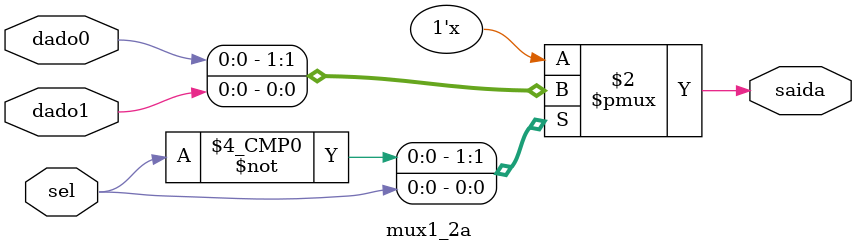
<source format=v>
module mux1_2a(
	input sel,
	input dado0, dado1,
	output saida
	);
	
	always @(*)
		case (sel)
			1'b0: saida <= dado0;
			1'b1: saida <= dado1;
			default: saida <= 1'b0;
		endcase
			
endmodule
	
</source>
